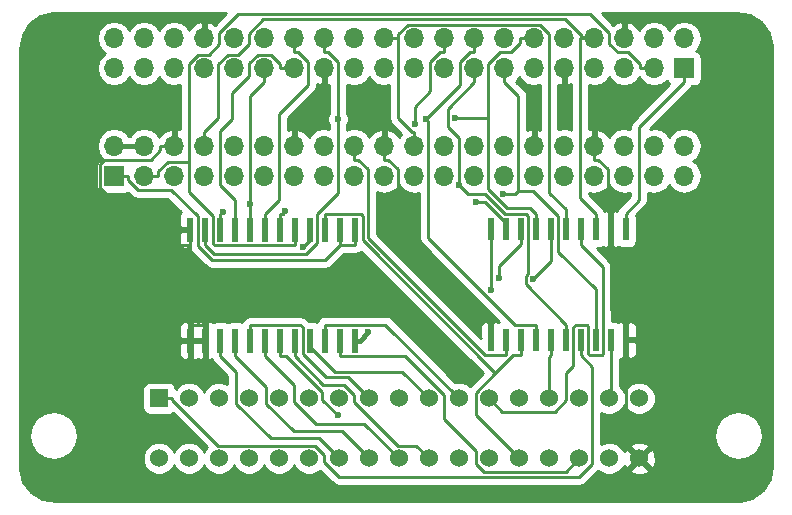
<source format=gbl>
G04 #@! TF.FileFunction,Copper,L2,Bot,Signal*
%FSLAX46Y46*%
G04 Gerber Fmt 4.6, Leading zero omitted, Abs format (unit mm)*
G04 Created by KiCad (PCBNEW 4.0.7) date 06/27/18 04:04:30*
%MOMM*%
%LPD*%
G01*
G04 APERTURE LIST*
%ADD10C,0.100000*%
%ADD11R,1.524000X1.524000*%
%ADD12C,1.524000*%
%ADD13R,1.700000X1.700000*%
%ADD14O,1.700000X1.700000*%
%ADD15R,0.600000X1.950000*%
%ADD16R,0.600000X2.000000*%
%ADD17C,0.600000*%
%ADD18C,0.400000*%
%ADD19C,0.250000*%
%ADD20C,0.254000*%
G04 APERTURE END LIST*
D10*
D11*
X133350000Y-111760000D03*
D12*
X133350000Y-116840000D03*
X135890000Y-111760000D03*
X135890000Y-116840000D03*
X138430000Y-111760000D03*
X138430000Y-116840000D03*
X140970000Y-111760000D03*
X140970000Y-116840000D03*
X143510000Y-111760000D03*
X143510000Y-116840000D03*
X146050000Y-111760000D03*
X146050000Y-116840000D03*
X148590000Y-111760000D03*
X148590000Y-116840000D03*
X151130000Y-111760000D03*
X151130000Y-116840000D03*
X153670000Y-111760000D03*
X153670000Y-116840000D03*
X156210000Y-111760000D03*
X156210000Y-116840000D03*
X158750000Y-111760000D03*
X158750000Y-116840000D03*
X161290000Y-111760000D03*
X161290000Y-116840000D03*
X163830000Y-111760000D03*
X163830000Y-116840000D03*
X166370000Y-111760000D03*
X166370000Y-116840000D03*
X168910000Y-111760000D03*
X168910000Y-116840000D03*
X171450000Y-111760000D03*
X171450000Y-116840000D03*
X173990000Y-111760000D03*
X173990000Y-116840000D03*
D13*
X177800000Y-83820000D03*
D14*
X177800000Y-81280000D03*
X175260000Y-83820000D03*
X175260000Y-81280000D03*
X172720000Y-83820000D03*
X172720000Y-81280000D03*
X170180000Y-83820000D03*
X170180000Y-81280000D03*
X167640000Y-83820000D03*
X167640000Y-81280000D03*
X165100000Y-83820000D03*
X165100000Y-81280000D03*
X162560000Y-83820000D03*
X162560000Y-81280000D03*
X160020000Y-83820000D03*
X160020000Y-81280000D03*
X157480000Y-83820000D03*
X157480000Y-81280000D03*
X154940000Y-83820000D03*
X154940000Y-81280000D03*
X152400000Y-83820000D03*
X152400000Y-81280000D03*
X149860000Y-83820000D03*
X149860000Y-81280000D03*
X147320000Y-83820000D03*
X147320000Y-81280000D03*
X144780000Y-83820000D03*
X144780000Y-81280000D03*
X142240000Y-83820000D03*
X142240000Y-81280000D03*
X139700000Y-83820000D03*
X139700000Y-81280000D03*
X137160000Y-83820000D03*
X137160000Y-81280000D03*
X134620000Y-83820000D03*
X134620000Y-81280000D03*
X132080000Y-83820000D03*
X132080000Y-81280000D03*
X129540000Y-83820000D03*
X129540000Y-81280000D03*
D13*
X129540000Y-92913200D03*
D14*
X129540000Y-90373200D03*
X132080000Y-92913200D03*
X132080000Y-90373200D03*
X134620000Y-92913200D03*
X134620000Y-90373200D03*
X137160000Y-92913200D03*
X137160000Y-90373200D03*
X139700000Y-92913200D03*
X139700000Y-90373200D03*
X142240000Y-92913200D03*
X142240000Y-90373200D03*
X144780000Y-92913200D03*
X144780000Y-90373200D03*
X147320000Y-92913200D03*
X147320000Y-90373200D03*
X149860000Y-92913200D03*
X149860000Y-90373200D03*
X152400000Y-92913200D03*
X152400000Y-90373200D03*
X154940000Y-92913200D03*
X154940000Y-90373200D03*
X157480000Y-92913200D03*
X157480000Y-90373200D03*
X160020000Y-92913200D03*
X160020000Y-90373200D03*
X162560000Y-92913200D03*
X162560000Y-90373200D03*
X165100000Y-92913200D03*
X165100000Y-90373200D03*
X167640000Y-92913200D03*
X167640000Y-90373200D03*
X170180000Y-92913200D03*
X170180000Y-90373200D03*
X172720000Y-92913200D03*
X172720000Y-90373200D03*
X175260000Y-92913200D03*
X175260000Y-90373200D03*
X177800000Y-92913200D03*
X177800000Y-90373200D03*
D15*
X172847000Y-106808000D03*
X171577000Y-106808000D03*
X170307000Y-106808000D03*
X169037000Y-106808000D03*
X167767000Y-106808000D03*
X166497000Y-106808000D03*
X165227000Y-106808000D03*
X163957000Y-106808000D03*
X162687000Y-106808000D03*
X161417000Y-106808000D03*
X161417000Y-97408000D03*
X162687000Y-97408000D03*
X163957000Y-97408000D03*
X165227000Y-97408000D03*
X166497000Y-97408000D03*
X167767000Y-97408000D03*
X169037000Y-97408000D03*
X170307000Y-97408000D03*
X171577000Y-97408000D03*
X172847000Y-97408000D03*
D16*
X149936000Y-106859000D03*
X148666000Y-106859000D03*
X147396000Y-106859000D03*
X146126000Y-106859000D03*
X144856000Y-106859000D03*
X143586000Y-106859000D03*
X142316000Y-106859000D03*
X141046000Y-106859000D03*
X139776000Y-106859000D03*
X138506000Y-106859000D03*
X137236000Y-106859000D03*
X135966000Y-106859000D03*
X135966000Y-97459000D03*
X137236000Y-97459000D03*
X138506000Y-97459000D03*
X139776000Y-97459000D03*
X141046000Y-97459000D03*
X142316000Y-97459000D03*
X143586000Y-97459000D03*
X144856000Y-97459000D03*
X146126000Y-97459000D03*
X147396000Y-97459000D03*
X148666000Y-97459000D03*
X149936000Y-97459000D03*
D17*
X151052100Y-106146700D03*
X145541200Y-98924700D03*
X144032500Y-95910600D03*
X162444100Y-94433700D03*
X158417800Y-88022900D03*
X158750000Y-93704400D03*
X155962400Y-88110900D03*
X155013600Y-88549800D03*
X160209700Y-95170600D03*
X148495300Y-88087200D03*
X141046000Y-95284000D03*
X138719800Y-95957600D03*
X162119800Y-101585600D03*
X164997200Y-101658500D03*
X148456600Y-113189300D03*
X161458600Y-102546000D03*
D18*
X129540000Y-90373200D02*
X132080000Y-90373200D01*
X150339800Y-106859000D02*
X151052100Y-106146700D01*
X149936000Y-106859000D02*
X150339800Y-106859000D01*
D19*
X132080000Y-92913200D02*
X133255300Y-92913200D01*
X175260000Y-83820000D02*
X174084700Y-83820000D01*
X133255300Y-92545800D02*
X133255300Y-92913200D01*
X134063200Y-91737900D02*
X133255300Y-92545800D01*
X135837800Y-91737900D02*
X134063200Y-91737900D01*
X135837800Y-83421100D02*
X135837800Y-91737900D01*
X136614300Y-82644600D02*
X135837800Y-83421100D01*
X137545600Y-82644600D02*
X136614300Y-82644600D01*
X138412100Y-81778100D02*
X137545600Y-82644600D01*
X138412100Y-80831300D02*
X138412100Y-81778100D01*
X140058600Y-79184800D02*
X138412100Y-80831300D01*
X169790600Y-79184800D02*
X140058600Y-79184800D01*
X171450000Y-80844200D02*
X169790600Y-79184800D01*
X171450000Y-81711000D02*
X171450000Y-80844200D01*
X172194400Y-82455400D02*
X171450000Y-81711000D01*
X173087400Y-82455400D02*
X172194400Y-82455400D01*
X174084700Y-83452700D02*
X173087400Y-82455400D01*
X174084700Y-83820000D02*
X174084700Y-83452700D01*
X138028400Y-98784300D02*
X144856000Y-98784300D01*
X137873000Y-98628900D02*
X138028400Y-98784300D01*
X137873000Y-96296800D02*
X137873000Y-98628900D01*
X135837800Y-94261600D02*
X137873000Y-96296800D01*
X135837800Y-91737900D02*
X135837800Y-94261600D01*
X144856000Y-97459000D02*
X144856000Y-98784300D01*
X146126000Y-98339900D02*
X145541200Y-98924700D01*
X146126000Y-97459000D02*
X146126000Y-98339900D01*
X147320000Y-83820000D02*
X147320000Y-84995300D01*
X171577000Y-104237700D02*
X171577000Y-97408000D01*
X172847000Y-105507700D02*
X171577000Y-104237700D01*
X172847000Y-115697000D02*
X173990000Y-116840000D01*
X172847000Y-106808000D02*
X172847000Y-115697000D01*
X172847000Y-106808000D02*
X172847000Y-105507700D01*
X144780000Y-87535300D02*
X144780000Y-90373200D01*
X147320000Y-84995300D02*
X144780000Y-87535300D01*
X171355300Y-95886000D02*
X171577000Y-96107700D01*
X171355300Y-92356400D02*
X171355300Y-95886000D01*
X170547400Y-91548500D02*
X171355300Y-92356400D01*
X170180000Y-91548500D02*
X170547400Y-91548500D01*
X170180000Y-90373200D02*
X170180000Y-91548500D01*
X171577000Y-97408000D02*
X171577000Y-96107700D01*
X153575300Y-97666000D02*
X161417000Y-105507700D01*
X153575300Y-92356400D02*
X153575300Y-97666000D01*
X152767400Y-91548500D02*
X153575300Y-92356400D01*
X152400000Y-91548500D02*
X152767400Y-91548500D01*
X152400000Y-90373200D02*
X152400000Y-91548500D01*
X161417000Y-106808000D02*
X161417000Y-105507700D01*
X137236000Y-106859000D02*
X137236000Y-105533700D01*
X135966000Y-106859000D02*
X135966000Y-105533700D01*
X135966000Y-105533700D02*
X137236000Y-105533700D01*
X134620000Y-90373200D02*
X133444700Y-90373200D01*
X135966000Y-97459000D02*
X135966000Y-98784300D01*
X133212600Y-98784300D02*
X135966000Y-98784300D01*
X128364600Y-93936300D02*
X133212600Y-98784300D01*
X128364600Y-91878100D02*
X128364600Y-93936300D01*
X128694200Y-91548500D02*
X128364600Y-91878100D01*
X132636800Y-91548500D02*
X128694200Y-91548500D01*
X133444700Y-90740600D02*
X132636800Y-91548500D01*
X133444700Y-90373200D02*
X133444700Y-90740600D01*
X135966000Y-98784300D02*
X135966000Y-105533700D01*
X143586000Y-97459000D02*
X143586000Y-96133700D01*
X143809400Y-96133700D02*
X144032500Y-95910600D01*
X143586000Y-96133700D02*
X143809400Y-96133700D01*
X169004700Y-94805400D02*
X169004700Y-81280000D01*
X170307000Y-96107700D02*
X169004700Y-94805400D01*
X170307000Y-97408000D02*
X170307000Y-96107700D01*
X170180000Y-81280000D02*
X169151700Y-81280000D01*
X169151700Y-81280000D02*
X169004700Y-81280000D01*
X169151700Y-81093800D02*
X169151700Y-81280000D01*
X167710300Y-79652400D02*
X169151700Y-81093800D01*
X142185000Y-79652400D02*
X167710300Y-79652400D01*
X140961300Y-80876100D02*
X142185000Y-79652400D01*
X140961300Y-81715200D02*
X140961300Y-80876100D01*
X140031900Y-82644600D02*
X140961300Y-81715200D01*
X139174400Y-82644600D02*
X140031900Y-82644600D01*
X138335300Y-83483700D02*
X139174400Y-82644600D01*
X138335300Y-88022600D02*
X138335300Y-83483700D01*
X137160000Y-89197900D02*
X138335300Y-88022600D01*
X137160000Y-90373200D02*
X137160000Y-89197900D01*
X162560000Y-83820000D02*
X162560000Y-84995300D01*
X163754000Y-86189300D02*
X162560000Y-84995300D01*
X163754000Y-94192500D02*
X163754000Y-86189300D01*
X165021300Y-94192500D02*
X163754000Y-94192500D01*
X167141600Y-96312800D02*
X165021300Y-94192500D01*
X167141600Y-99364000D02*
X167141600Y-96312800D01*
X170307000Y-102529400D02*
X167141600Y-99364000D01*
X170307000Y-106808000D02*
X170307000Y-102529400D01*
X163512800Y-94433700D02*
X163754000Y-94192500D01*
X162444100Y-94433700D02*
X163512800Y-94433700D01*
X165100000Y-81280000D02*
X163924700Y-81280000D01*
X165227000Y-97408000D02*
X165227000Y-96107700D01*
X161195400Y-88022900D02*
X158417800Y-88022900D01*
X161195400Y-83483600D02*
X161195400Y-88022900D01*
X162223700Y-82455300D02*
X161195400Y-83483600D01*
X163116800Y-82455300D02*
X162223700Y-82455300D01*
X163924700Y-81647400D02*
X163116800Y-82455300D01*
X163924700Y-81280000D02*
X163924700Y-81647400D01*
X161195400Y-94069500D02*
X161195400Y-88022900D01*
X162783300Y-95657400D02*
X161195400Y-94069500D01*
X164776700Y-95657400D02*
X162783300Y-95657400D01*
X165227000Y-96107700D02*
X164776700Y-95657400D01*
X160020000Y-83820000D02*
X160020000Y-84995300D01*
X167767000Y-106808000D02*
X167767000Y-105507700D01*
X158750000Y-89723900D02*
X158750000Y-93704400D01*
X157791800Y-88765700D02*
X158750000Y-89723900D01*
X157791800Y-87223500D02*
X157791800Y-88765700D01*
X160020000Y-84995300D02*
X157791800Y-87223500D01*
X164371900Y-102112600D02*
X167767000Y-105507700D01*
X164371900Y-101399500D02*
X164371900Y-102112600D01*
X164582400Y-101189000D02*
X164371900Y-101399500D01*
X164582400Y-96298300D02*
X164582400Y-101189000D01*
X164391800Y-96107700D02*
X164582400Y-96298300D01*
X162596700Y-96107700D02*
X164391800Y-96107700D01*
X160908300Y-94419300D02*
X162596700Y-96107700D01*
X159464900Y-94419300D02*
X160908300Y-94419300D01*
X158750000Y-93704400D02*
X159464900Y-94419300D01*
X160020000Y-81280000D02*
X160020000Y-82455300D01*
X159652600Y-82455300D02*
X160020000Y-82455300D01*
X158844700Y-83263200D02*
X159652600Y-82455300D01*
X158844700Y-85228600D02*
X158844700Y-83263200D01*
X155962400Y-88110900D02*
X158844700Y-85228600D01*
X156125400Y-88273900D02*
X155962400Y-88110900D01*
X156125400Y-98175700D02*
X156125400Y-88273900D01*
X163457400Y-105507700D02*
X156125400Y-98175700D01*
X165227000Y-105507700D02*
X163457400Y-105507700D01*
X165227000Y-106808000D02*
X165227000Y-105507700D01*
X157112600Y-82455300D02*
X157480000Y-82455300D01*
X156304700Y-83263200D02*
X157112600Y-82455300D01*
X156304700Y-85772900D02*
X156304700Y-83263200D01*
X155013600Y-87064000D02*
X156304700Y-85772900D01*
X155013600Y-88549800D02*
X155013600Y-87064000D01*
X157480000Y-81280000D02*
X157480000Y-82455300D01*
X150227400Y-91548500D02*
X149860000Y-91548500D01*
X151035300Y-92356400D02*
X150227400Y-91548500D01*
X151035300Y-98177400D02*
X151035300Y-92356400D01*
X160966200Y-108108300D02*
X151035300Y-98177400D01*
X162687000Y-108108300D02*
X160966200Y-108108300D01*
X149860000Y-90373200D02*
X149860000Y-91548500D01*
X162687000Y-106808000D02*
X162687000Y-108108300D01*
X160947200Y-95170600D02*
X160209700Y-95170600D01*
X162687000Y-96910400D02*
X160947200Y-95170600D01*
X162687000Y-97408000D02*
X162687000Y-96910400D01*
X137236000Y-97459000D02*
X137236000Y-98784300D01*
X147320000Y-81280000D02*
X147320000Y-82455300D01*
X148495300Y-94382600D02*
X148495300Y-88087200D01*
X146751400Y-96126500D02*
X148495300Y-94382600D01*
X146751400Y-98599000D02*
X146751400Y-96126500D01*
X145800300Y-99550100D02*
X146751400Y-98599000D01*
X138001800Y-99550100D02*
X145800300Y-99550100D01*
X137236000Y-98784300D02*
X138001800Y-99550100D01*
X147687400Y-82455300D02*
X147320000Y-82455300D01*
X148495300Y-83263200D02*
X147687400Y-82455300D01*
X148495300Y-88087200D02*
X148495300Y-83263200D01*
X143604700Y-83452600D02*
X143604700Y-83820000D01*
X142796800Y-82644700D02*
X143604700Y-83452600D01*
X141722200Y-82644700D02*
X142796800Y-82644700D01*
X140985600Y-83381300D02*
X141722200Y-82644700D01*
X140985600Y-84434600D02*
X140985600Y-83381300D01*
X139531400Y-85888800D02*
X140985600Y-84434600D01*
X139531400Y-88096400D02*
X139531400Y-85888800D01*
X138519900Y-89107900D02*
X139531400Y-88096400D01*
X138519900Y-93716300D02*
X138519900Y-89107900D01*
X139776000Y-94972400D02*
X138519900Y-93716300D01*
X139776000Y-97459000D02*
X139776000Y-94972400D01*
X144780000Y-83820000D02*
X143604700Y-83820000D01*
X145147400Y-82455300D02*
X144780000Y-82455300D01*
X145955300Y-83263200D02*
X145147400Y-82455300D01*
X145955300Y-85240300D02*
X145955300Y-83263200D01*
X143484600Y-87711000D02*
X145955300Y-85240300D01*
X143484600Y-94965100D02*
X143484600Y-87711000D01*
X142316000Y-96133700D02*
X143484600Y-94965100D01*
X142316000Y-97459000D02*
X142316000Y-96133700D01*
X144780000Y-81280000D02*
X144780000Y-82455300D01*
X142240000Y-83820000D02*
X142240000Y-84995300D01*
X141046000Y-97459000D02*
X141046000Y-95284000D01*
X141046000Y-86189300D02*
X142240000Y-84995300D01*
X141046000Y-95284000D02*
X141046000Y-86189300D01*
X138506000Y-97459000D02*
X138506000Y-96133700D01*
X138543700Y-96133700D02*
X138719800Y-95957600D01*
X138506000Y-96133700D02*
X138543700Y-96133700D01*
X163957000Y-97408000D02*
X163957000Y-98708300D01*
X162119800Y-100545500D02*
X163957000Y-98708300D01*
X162119800Y-101585600D02*
X162119800Y-100545500D01*
X166497000Y-100158700D02*
X164997200Y-101658500D01*
X166497000Y-97408000D02*
X166497000Y-100158700D01*
X149355500Y-109985500D02*
X151130000Y-111760000D01*
X147461400Y-109985500D02*
X149355500Y-109985500D01*
X145500600Y-108024700D02*
X147461400Y-109985500D01*
X145500600Y-105724100D02*
X145500600Y-108024700D01*
X145310200Y-105533700D02*
X145500600Y-105724100D01*
X141046000Y-105533700D02*
X145310200Y-105533700D01*
X141046000Y-106859000D02*
X141046000Y-105533700D01*
X143586000Y-106859000D02*
X143586000Y-108184300D01*
X147137400Y-111870100D02*
X148456600Y-113189300D01*
X147137400Y-111205900D02*
X147137400Y-111870100D01*
X144115800Y-108184300D02*
X147137400Y-111205900D01*
X143586000Y-108184300D02*
X144115800Y-108184300D01*
X153944300Y-109494300D02*
X156210000Y-111760000D01*
X148256300Y-109494300D02*
X153944300Y-109494300D01*
X146126000Y-107364000D02*
X148256300Y-109494300D01*
X146126000Y-106859000D02*
X146126000Y-107364000D01*
X147396000Y-106859000D02*
X147396000Y-105533700D01*
X147408300Y-105521400D02*
X147396000Y-105533700D01*
X152511400Y-105521400D02*
X147408300Y-105521400D01*
X158750000Y-111760000D02*
X152511400Y-105521400D01*
X162419600Y-112889600D02*
X161290000Y-111760000D01*
X166826700Y-112889600D02*
X162419600Y-112889600D01*
X167822600Y-111893700D02*
X166826700Y-112889600D01*
X167822600Y-109643000D02*
X167822600Y-111893700D01*
X168411600Y-109054000D02*
X167822600Y-109643000D01*
X168411600Y-105698300D02*
X168411600Y-109054000D01*
X168602300Y-105507600D02*
X168411600Y-105698300D01*
X169551000Y-105507600D02*
X168602300Y-105507600D01*
X169681600Y-105638200D02*
X169551000Y-105507600D01*
X169681600Y-107968100D02*
X169681600Y-105638200D01*
X169821900Y-108108400D02*
X169681600Y-107968100D01*
X170804200Y-108108400D02*
X169821900Y-108108400D01*
X170932400Y-107980200D02*
X170804200Y-108108400D01*
X170932400Y-100634600D02*
X170932400Y-107980200D01*
X169037000Y-98739200D02*
X170932400Y-100634600D01*
X169037000Y-97408000D02*
X169037000Y-98739200D01*
X166370000Y-108235300D02*
X166370000Y-111760000D01*
X166497000Y-108108300D02*
X166370000Y-108235300D01*
X166497000Y-106808000D02*
X166497000Y-108108300D01*
X171577000Y-111633000D02*
X171450000Y-111760000D01*
X171577000Y-106808000D02*
X171577000Y-111633000D01*
X138506000Y-106859000D02*
X138506000Y-108184300D01*
X146865700Y-115115700D02*
X148590000Y-116840000D01*
X142788000Y-115115700D02*
X146865700Y-115115700D01*
X139882700Y-112210400D02*
X142788000Y-115115700D01*
X139882700Y-109561000D02*
X139882700Y-112210400D01*
X138506000Y-108184300D02*
X139882700Y-109561000D01*
X139776000Y-106859000D02*
X139776000Y-108184300D01*
X148812900Y-114522900D02*
X151130000Y-116840000D01*
X144735200Y-114522900D02*
X148812900Y-114522900D01*
X142422700Y-112210400D02*
X144735200Y-114522900D01*
X142422700Y-110831000D02*
X142422700Y-112210400D01*
X139776000Y-108184300D02*
X142422700Y-110831000D01*
X150721300Y-113891300D02*
X153670000Y-116840000D01*
X146623400Y-113891300D02*
X150721300Y-113891300D01*
X144780000Y-112047900D02*
X146623400Y-113891300D01*
X144780000Y-110648300D02*
X144780000Y-112047900D01*
X142316000Y-108184300D02*
X144780000Y-110648300D01*
X142316000Y-106859000D02*
X142316000Y-108184300D01*
X155122600Y-115752600D02*
X156210000Y-116840000D01*
X153557400Y-115752600D02*
X155122600Y-115752600D01*
X149860000Y-112055200D02*
X153557400Y-115752600D01*
X149860000Y-111467900D02*
X149860000Y-112055200D01*
X148973800Y-110581700D02*
X149860000Y-111467900D01*
X147253400Y-110581700D02*
X148973800Y-110581700D01*
X144856000Y-108184300D02*
X147253400Y-110581700D01*
X144856000Y-106859000D02*
X144856000Y-108184300D01*
X163957000Y-106808000D02*
X163957000Y-108108300D01*
X147396000Y-97459000D02*
X147396000Y-96133700D01*
X150440100Y-96133700D02*
X147396000Y-96133700D01*
X150584900Y-96278500D02*
X150440100Y-96133700D01*
X150584900Y-98387900D02*
X150584900Y-96278500D01*
X161818500Y-109621500D02*
X150584900Y-98387900D01*
X163331700Y-108108300D02*
X161818500Y-109621500D01*
X163957000Y-108108300D02*
X163331700Y-108108300D01*
X160181300Y-113191300D02*
X163830000Y-116840000D01*
X160181300Y-111258700D02*
X160181300Y-113191300D01*
X161818500Y-109621500D02*
X160181300Y-111258700D01*
X153575300Y-80912600D02*
X153575300Y-81280000D01*
X154383200Y-80104700D02*
X153575300Y-80912600D01*
X165591800Y-80104700D02*
X154383200Y-80104700D01*
X166370000Y-80882900D02*
X165591800Y-80104700D01*
X166370000Y-94330200D02*
X166370000Y-80882900D01*
X167767000Y-95727200D02*
X166370000Y-94330200D01*
X167767000Y-97408000D02*
X167767000Y-95727200D01*
X152400000Y-81280000D02*
X153575300Y-81280000D01*
X153575300Y-88053600D02*
X153575300Y-81280000D01*
X154719600Y-89197900D02*
X153575300Y-88053600D01*
X154940000Y-89197900D02*
X154719600Y-89197900D01*
X154940000Y-90373200D02*
X154940000Y-89197900D01*
X134437300Y-111895900D02*
X134437300Y-111760000D01*
X138294000Y-115752600D02*
X134437300Y-111895900D01*
X146511400Y-115752600D02*
X138294000Y-115752600D01*
X147320000Y-116561200D02*
X146511400Y-115752600D01*
X147320000Y-117151700D02*
X147320000Y-116561200D01*
X148569000Y-118400700D02*
X147320000Y-117151700D01*
X168930700Y-118400700D02*
X148569000Y-118400700D01*
X169998100Y-117333300D02*
X168930700Y-118400700D01*
X169998100Y-109069400D02*
X169998100Y-117333300D01*
X169037000Y-108108300D02*
X169998100Y-109069400D01*
X169037000Y-106808000D02*
X169037000Y-108108300D01*
X133350000Y-111760000D02*
X134437300Y-111760000D01*
X161458600Y-98749900D02*
X161458600Y-102546000D01*
X161417000Y-98708300D02*
X161458600Y-98749900D01*
X161417000Y-97408000D02*
X161417000Y-98708300D01*
X167799700Y-117950300D02*
X168910000Y-116840000D01*
X160850900Y-117950300D02*
X167799700Y-117950300D01*
X160181500Y-117280900D02*
X160850900Y-117950300D01*
X160181500Y-116203200D02*
X160181500Y-117280900D01*
X157480000Y-113501700D02*
X160181500Y-116203200D01*
X157480000Y-111460000D02*
X157480000Y-113501700D01*
X154204300Y-108184300D02*
X157480000Y-111460000D01*
X148666000Y-108184300D02*
X154204300Y-108184300D01*
X148666000Y-106859000D02*
X148666000Y-108184300D01*
X173990000Y-88805300D02*
X177800000Y-84995300D01*
X173990000Y-94964700D02*
X173990000Y-88805300D01*
X172847000Y-96107700D02*
X173990000Y-94964700D01*
X177800000Y-83820000D02*
X177800000Y-84995300D01*
X172847000Y-97038900D02*
X172847000Y-96107700D01*
X172847000Y-97038900D02*
X172847000Y-97408000D01*
X149936000Y-98784300D02*
X148666000Y-98784300D01*
X149936000Y-97459000D02*
X149936000Y-98784300D01*
X148666000Y-97459000D02*
X148666000Y-98671700D01*
X148666000Y-98671700D02*
X148666000Y-98784300D01*
X130715300Y-93280600D02*
X130715300Y-92913200D01*
X131523200Y-94088500D02*
X130715300Y-93280600D01*
X134370900Y-94088500D02*
X131523200Y-94088500D01*
X136610600Y-96328200D02*
X134370900Y-94088500D01*
X136610600Y-98813700D02*
X136610600Y-96328200D01*
X137816000Y-100019100D02*
X136610600Y-98813700D01*
X147431200Y-100019100D02*
X137816000Y-100019100D01*
X148666000Y-98784300D02*
X147431200Y-100019100D01*
X129540000Y-92913200D02*
X130715300Y-92913200D01*
D20*
G36*
X138048995Y-80119603D02*
X137926924Y-80008355D01*
X137516890Y-79838524D01*
X137287000Y-79959845D01*
X137287000Y-81153000D01*
X137307000Y-81153000D01*
X137307000Y-81407000D01*
X137287000Y-81407000D01*
X137287000Y-81427000D01*
X137033000Y-81427000D01*
X137033000Y-81407000D01*
X137013000Y-81407000D01*
X137013000Y-81153000D01*
X137033000Y-81153000D01*
X137033000Y-79959845D01*
X136803110Y-79838524D01*
X136393076Y-80008355D01*
X135964817Y-80398642D01*
X135897702Y-80541553D01*
X135670054Y-80200853D01*
X135188285Y-79878946D01*
X134620000Y-79765907D01*
X134051715Y-79878946D01*
X133569946Y-80200853D01*
X133350000Y-80530026D01*
X133130054Y-80200853D01*
X132648285Y-79878946D01*
X132080000Y-79765907D01*
X131511715Y-79878946D01*
X131029946Y-80200853D01*
X130810000Y-80530026D01*
X130590054Y-80200853D01*
X130108285Y-79878946D01*
X129540000Y-79765907D01*
X128971715Y-79878946D01*
X128489946Y-80200853D01*
X128168039Y-80682622D01*
X128055000Y-81250907D01*
X128055000Y-81309093D01*
X128168039Y-81877378D01*
X128489946Y-82359147D01*
X128775578Y-82550000D01*
X128489946Y-82740853D01*
X128168039Y-83222622D01*
X128055000Y-83790907D01*
X128055000Y-83849093D01*
X128168039Y-84417378D01*
X128489946Y-84899147D01*
X128971715Y-85221054D01*
X129540000Y-85334093D01*
X130108285Y-85221054D01*
X130590054Y-84899147D01*
X130810000Y-84569974D01*
X131029946Y-84899147D01*
X131511715Y-85221054D01*
X132080000Y-85334093D01*
X132648285Y-85221054D01*
X133130054Y-84899147D01*
X133350000Y-84569974D01*
X133569946Y-84899147D01*
X134051715Y-85221054D01*
X134620000Y-85334093D01*
X135077800Y-85243031D01*
X135077800Y-88973520D01*
X134976890Y-88931724D01*
X134747000Y-89053045D01*
X134747000Y-90246200D01*
X134767000Y-90246200D01*
X134767000Y-90500200D01*
X134747000Y-90500200D01*
X134747000Y-90520200D01*
X134493000Y-90520200D01*
X134493000Y-90500200D01*
X134473000Y-90500200D01*
X134473000Y-90246200D01*
X134493000Y-90246200D01*
X134493000Y-89053045D01*
X134263110Y-88931724D01*
X133853076Y-89101555D01*
X133424817Y-89491842D01*
X133357702Y-89634753D01*
X133130054Y-89294053D01*
X132648285Y-88972146D01*
X132080000Y-88859107D01*
X131511715Y-88972146D01*
X131029946Y-89294053D01*
X130866813Y-89538200D01*
X130753187Y-89538200D01*
X130590054Y-89294053D01*
X130108285Y-88972146D01*
X129540000Y-88859107D01*
X128971715Y-88972146D01*
X128489946Y-89294053D01*
X128168039Y-89775822D01*
X128055000Y-90344107D01*
X128055000Y-90402293D01*
X128168039Y-90970578D01*
X128489946Y-91452347D01*
X128491179Y-91453171D01*
X128454683Y-91460038D01*
X128238559Y-91599110D01*
X128093569Y-91811310D01*
X128042560Y-92063200D01*
X128042560Y-93763200D01*
X128086838Y-93998517D01*
X128225910Y-94214641D01*
X128438110Y-94359631D01*
X128690000Y-94410640D01*
X130390000Y-94410640D01*
X130625317Y-94366362D01*
X130686737Y-94326839D01*
X130985799Y-94625901D01*
X131232361Y-94790648D01*
X131523200Y-94848500D01*
X134056098Y-94848500D01*
X135217286Y-96009688D01*
X135127673Y-96099302D01*
X135031000Y-96332691D01*
X135031000Y-97173250D01*
X135189750Y-97332000D01*
X135839000Y-97332000D01*
X135839000Y-97312000D01*
X135850600Y-97312000D01*
X135850600Y-97606000D01*
X135839000Y-97606000D01*
X135839000Y-97586000D01*
X135189750Y-97586000D01*
X135031000Y-97744750D01*
X135031000Y-98585309D01*
X135127673Y-98818698D01*
X135306301Y-98997327D01*
X135539690Y-99094000D01*
X135680250Y-99094000D01*
X135838998Y-98935252D01*
X135838998Y-99094000D01*
X135906356Y-99094000D01*
X135908452Y-99104539D01*
X136073199Y-99351101D01*
X137278599Y-100556501D01*
X137525161Y-100721248D01*
X137816000Y-100779100D01*
X147431200Y-100779100D01*
X147722039Y-100721248D01*
X147968601Y-100556501D01*
X148980802Y-99544300D01*
X149936000Y-99544300D01*
X150226839Y-99486448D01*
X150455716Y-99333518D01*
X160743698Y-109621500D01*
X159665491Y-110699707D01*
X159542370Y-110576371D01*
X159029100Y-110363243D01*
X158473339Y-110362758D01*
X158440945Y-110376143D01*
X153048801Y-104983999D01*
X152802239Y-104819252D01*
X152511400Y-104761400D01*
X147408300Y-104761400D01*
X147117461Y-104819252D01*
X146870899Y-104983999D01*
X146858599Y-104996299D01*
X146693852Y-105242861D01*
X146688491Y-105269812D01*
X146677890Y-105262569D01*
X146426000Y-105211560D01*
X146054613Y-105211560D01*
X146038001Y-105186699D01*
X145847601Y-104996299D01*
X145601039Y-104831552D01*
X145310200Y-104773700D01*
X141046000Y-104773700D01*
X140755161Y-104831552D01*
X140508599Y-104996299D01*
X140343852Y-105242861D01*
X140338491Y-105269812D01*
X140327890Y-105262569D01*
X140076000Y-105211560D01*
X139476000Y-105211560D01*
X139240683Y-105255838D01*
X139141472Y-105319678D01*
X139057890Y-105262569D01*
X138806000Y-105211560D01*
X138206000Y-105211560D01*
X137970683Y-105255838D01*
X137880020Y-105314178D01*
X137662310Y-105224000D01*
X137521750Y-105224000D01*
X137363000Y-105382750D01*
X137363000Y-106732000D01*
X137383000Y-106732000D01*
X137383000Y-106986000D01*
X137363000Y-106986000D01*
X137363000Y-108335250D01*
X137521750Y-108494000D01*
X137662310Y-108494000D01*
X137796544Y-108438398D01*
X137803852Y-108475139D01*
X137968599Y-108721701D01*
X139122700Y-109875802D01*
X139122700Y-110534984D01*
X138709100Y-110363243D01*
X138153339Y-110362758D01*
X137639697Y-110574990D01*
X137246371Y-110967630D01*
X137160051Y-111175512D01*
X137075010Y-110969697D01*
X136682370Y-110576371D01*
X136169100Y-110363243D01*
X135613339Y-110362758D01*
X135099697Y-110574990D01*
X134746237Y-110927833D01*
X134715162Y-110762683D01*
X134576090Y-110546559D01*
X134363890Y-110401569D01*
X134112000Y-110350560D01*
X132588000Y-110350560D01*
X132352683Y-110394838D01*
X132136559Y-110533910D01*
X131991569Y-110746110D01*
X131940560Y-110998000D01*
X131940560Y-112522000D01*
X131984838Y-112757317D01*
X132123910Y-112973441D01*
X132336110Y-113118431D01*
X132588000Y-113169440D01*
X134112000Y-113169440D01*
X134347317Y-113125162D01*
X134496052Y-113029454D01*
X137380416Y-115913818D01*
X137246371Y-116047630D01*
X137160051Y-116255512D01*
X137075010Y-116049697D01*
X136682370Y-115656371D01*
X136169100Y-115443243D01*
X135613339Y-115442758D01*
X135099697Y-115654990D01*
X134706371Y-116047630D01*
X134620051Y-116255512D01*
X134535010Y-116049697D01*
X134142370Y-115656371D01*
X133629100Y-115443243D01*
X133073339Y-115442758D01*
X132559697Y-115654990D01*
X132166371Y-116047630D01*
X131953243Y-116560900D01*
X131952758Y-117116661D01*
X132164990Y-117630303D01*
X132557630Y-118023629D01*
X133070900Y-118236757D01*
X133626661Y-118237242D01*
X134140303Y-118025010D01*
X134533629Y-117632370D01*
X134619949Y-117424488D01*
X134704990Y-117630303D01*
X135097630Y-118023629D01*
X135610900Y-118236757D01*
X136166661Y-118237242D01*
X136680303Y-118025010D01*
X137073629Y-117632370D01*
X137159949Y-117424488D01*
X137244990Y-117630303D01*
X137637630Y-118023629D01*
X138150900Y-118236757D01*
X138706661Y-118237242D01*
X139220303Y-118025010D01*
X139613629Y-117632370D01*
X139699949Y-117424488D01*
X139784990Y-117630303D01*
X140177630Y-118023629D01*
X140690900Y-118236757D01*
X141246661Y-118237242D01*
X141760303Y-118025010D01*
X142153629Y-117632370D01*
X142239949Y-117424488D01*
X142324990Y-117630303D01*
X142717630Y-118023629D01*
X143230900Y-118236757D01*
X143786661Y-118237242D01*
X144300303Y-118025010D01*
X144693629Y-117632370D01*
X144779949Y-117424488D01*
X144864990Y-117630303D01*
X145257630Y-118023629D01*
X145770900Y-118236757D01*
X146326661Y-118237242D01*
X146840303Y-118025010D01*
X146979527Y-117886029D01*
X148031599Y-118938101D01*
X148278161Y-119102848D01*
X148569000Y-119160700D01*
X168930700Y-119160700D01*
X169221539Y-119102848D01*
X169468101Y-118938101D01*
X170520222Y-117885980D01*
X170657630Y-118023629D01*
X171170900Y-118236757D01*
X171726661Y-118237242D01*
X172240303Y-118025010D01*
X172445457Y-117820213D01*
X173189392Y-117820213D01*
X173258857Y-118062397D01*
X173782302Y-118249144D01*
X174337368Y-118221362D01*
X174721143Y-118062397D01*
X174790608Y-117820213D01*
X173990000Y-117019605D01*
X173189392Y-117820213D01*
X172445457Y-117820213D01*
X172633629Y-117632370D01*
X172713395Y-117440273D01*
X172767603Y-117571143D01*
X173009787Y-117640608D01*
X173810395Y-116840000D01*
X174169605Y-116840000D01*
X174970213Y-117640608D01*
X175212397Y-117571143D01*
X175399144Y-117047698D01*
X175371362Y-116492632D01*
X175212397Y-116108857D01*
X174970213Y-116039392D01*
X174169605Y-116840000D01*
X173810395Y-116840000D01*
X173009787Y-116039392D01*
X172767603Y-116108857D01*
X172717491Y-116249318D01*
X172635010Y-116049697D01*
X172445432Y-115859787D01*
X173189392Y-115859787D01*
X173990000Y-116660395D01*
X174790608Y-115859787D01*
X174721143Y-115617603D01*
X174197698Y-115430856D01*
X173642632Y-115458638D01*
X173258857Y-115617603D01*
X173189392Y-115859787D01*
X172445432Y-115859787D01*
X172242370Y-115656371D01*
X171729100Y-115443243D01*
X171173339Y-115442758D01*
X170758100Y-115614331D01*
X170758100Y-114909600D01*
X180301528Y-114909600D01*
X180461067Y-115711655D01*
X180915395Y-116391605D01*
X181595345Y-116845933D01*
X182397400Y-117005472D01*
X183199455Y-116845933D01*
X183879405Y-116391605D01*
X184333733Y-115711655D01*
X184493272Y-114909600D01*
X184333733Y-114107545D01*
X183879405Y-113427595D01*
X183199455Y-112973267D01*
X182397400Y-112813728D01*
X181595345Y-112973267D01*
X180915395Y-113427595D01*
X180461067Y-114107545D01*
X180301528Y-114909600D01*
X170758100Y-114909600D01*
X170758100Y-112985348D01*
X171170900Y-113156757D01*
X171726661Y-113157242D01*
X172240303Y-112945010D01*
X172633629Y-112552370D01*
X172719949Y-112344488D01*
X172804990Y-112550303D01*
X173197630Y-112943629D01*
X173710900Y-113156757D01*
X174266661Y-113157242D01*
X174780303Y-112945010D01*
X175173629Y-112552370D01*
X175386757Y-112039100D01*
X175387242Y-111483339D01*
X175175010Y-110969697D01*
X174782370Y-110576371D01*
X174269100Y-110363243D01*
X173713339Y-110362758D01*
X173199697Y-110574990D01*
X172806371Y-110967630D01*
X172720051Y-111175512D01*
X172635010Y-110969697D01*
X172337000Y-110671166D01*
X172337000Y-108383334D01*
X172420690Y-108418000D01*
X172561250Y-108418000D01*
X172720000Y-108259250D01*
X172720000Y-106935000D01*
X172974000Y-106935000D01*
X172974000Y-108259250D01*
X173132750Y-108418000D01*
X173273310Y-108418000D01*
X173506699Y-108321327D01*
X173685327Y-108142698D01*
X173782000Y-107909309D01*
X173782000Y-107093750D01*
X173623250Y-106935000D01*
X172974000Y-106935000D01*
X172720000Y-106935000D01*
X172700000Y-106935000D01*
X172700000Y-106681000D01*
X172720000Y-106681000D01*
X172720000Y-105356750D01*
X172974000Y-105356750D01*
X172974000Y-106681000D01*
X173623250Y-106681000D01*
X173782000Y-106522250D01*
X173782000Y-105706691D01*
X173685327Y-105473302D01*
X173506699Y-105294673D01*
X173273310Y-105198000D01*
X173132750Y-105198000D01*
X172974000Y-105356750D01*
X172720000Y-105356750D01*
X172561250Y-105198000D01*
X172420690Y-105198000D01*
X172203878Y-105287806D01*
X172128890Y-105236569D01*
X171877000Y-105185560D01*
X171692400Y-105185560D01*
X171692400Y-100634600D01*
X171634548Y-100343761D01*
X171634548Y-100343760D01*
X171469801Y-100097199D01*
X170403042Y-99030440D01*
X170607000Y-99030440D01*
X170842317Y-98986162D01*
X170932980Y-98927822D01*
X171150690Y-99018000D01*
X171291250Y-99018000D01*
X171450000Y-98859250D01*
X171450000Y-97535000D01*
X171430000Y-97535000D01*
X171430000Y-97281000D01*
X171450000Y-97281000D01*
X171450000Y-95956750D01*
X171291250Y-95798000D01*
X171150690Y-95798000D01*
X171016456Y-95853601D01*
X171009148Y-95816860D01*
X170844401Y-95570299D01*
X169764700Y-94490598D01*
X169764700Y-94344685D01*
X170180000Y-94427293D01*
X170748285Y-94314254D01*
X171230054Y-93992347D01*
X171450000Y-93663174D01*
X171669946Y-93992347D01*
X172151715Y-94314254D01*
X172720000Y-94427293D01*
X173230000Y-94325848D01*
X173230000Y-94649898D01*
X172309599Y-95570299D01*
X172144852Y-95816861D01*
X172137544Y-95853602D01*
X172003310Y-95798000D01*
X171862750Y-95798000D01*
X171704000Y-95956750D01*
X171704000Y-97281000D01*
X171724000Y-97281000D01*
X171724000Y-97535000D01*
X171704000Y-97535000D01*
X171704000Y-98859250D01*
X171862750Y-99018000D01*
X172003310Y-99018000D01*
X172220122Y-98928194D01*
X172295110Y-98979431D01*
X172547000Y-99030440D01*
X173147000Y-99030440D01*
X173382317Y-98986162D01*
X173598441Y-98847090D01*
X173743431Y-98634890D01*
X173794440Y-98383000D01*
X173794440Y-96433000D01*
X173763094Y-96266408D01*
X174527401Y-95502101D01*
X174692148Y-95255539D01*
X174750000Y-94964700D01*
X174750000Y-94325848D01*
X175260000Y-94427293D01*
X175828285Y-94314254D01*
X176310054Y-93992347D01*
X176530000Y-93663174D01*
X176749946Y-93992347D01*
X177231715Y-94314254D01*
X177800000Y-94427293D01*
X178368285Y-94314254D01*
X178850054Y-93992347D01*
X179171961Y-93510578D01*
X179285000Y-92942293D01*
X179285000Y-92884107D01*
X179171961Y-92315822D01*
X178850054Y-91834053D01*
X178564422Y-91643200D01*
X178850054Y-91452347D01*
X179171961Y-90970578D01*
X179285000Y-90402293D01*
X179285000Y-90344107D01*
X179171961Y-89775822D01*
X178850054Y-89294053D01*
X178368285Y-88972146D01*
X177800000Y-88859107D01*
X177231715Y-88972146D01*
X176749946Y-89294053D01*
X176530000Y-89623226D01*
X176310054Y-89294053D01*
X175828285Y-88972146D01*
X175260000Y-88859107D01*
X174949166Y-88920936D01*
X178337401Y-85532701D01*
X178481233Y-85317440D01*
X178650000Y-85317440D01*
X178885317Y-85273162D01*
X179101441Y-85134090D01*
X179246431Y-84921890D01*
X179297440Y-84670000D01*
X179297440Y-82970000D01*
X179253162Y-82734683D01*
X179114090Y-82518559D01*
X178901890Y-82373569D01*
X178845546Y-82362159D01*
X178850054Y-82359147D01*
X179171961Y-81877378D01*
X179285000Y-81309093D01*
X179285000Y-81250907D01*
X179171961Y-80682622D01*
X178850054Y-80200853D01*
X178368285Y-79878946D01*
X177800000Y-79765907D01*
X177231715Y-79878946D01*
X176749946Y-80200853D01*
X176530000Y-80530026D01*
X176310054Y-80200853D01*
X175828285Y-79878946D01*
X175260000Y-79765907D01*
X174691715Y-79878946D01*
X174209946Y-80200853D01*
X173982298Y-80541553D01*
X173915183Y-80398642D01*
X173486924Y-80008355D01*
X173076890Y-79838524D01*
X172847000Y-79959845D01*
X172847000Y-81153000D01*
X172867000Y-81153000D01*
X172867000Y-81407000D01*
X172847000Y-81407000D01*
X172847000Y-81427000D01*
X172593000Y-81427000D01*
X172593000Y-81407000D01*
X172573000Y-81407000D01*
X172573000Y-81153000D01*
X172593000Y-81153000D01*
X172593000Y-79959845D01*
X172363110Y-79838524D01*
X171953076Y-80008355D01*
X171814890Y-80134288D01*
X170825802Y-79145200D01*
X182225993Y-79145200D01*
X183395835Y-79334616D01*
X184332571Y-79913093D01*
X184978153Y-80808124D01*
X185241252Y-81886782D01*
X185241252Y-117463290D01*
X185054726Y-118615283D01*
X184476247Y-119552020D01*
X183581218Y-120197601D01*
X182492147Y-120463240D01*
X124616559Y-120463240D01*
X123446717Y-120273824D01*
X122509980Y-119695345D01*
X121864399Y-118800316D01*
X121601300Y-117721658D01*
X121601300Y-114909600D01*
X122311756Y-114909600D01*
X122471295Y-115711655D01*
X122925623Y-116391605D01*
X123605573Y-116845933D01*
X124407628Y-117005472D01*
X125209683Y-116845933D01*
X125889633Y-116391605D01*
X126343961Y-115711655D01*
X126503500Y-114909600D01*
X126343961Y-114107545D01*
X125889633Y-113427595D01*
X125209683Y-112973267D01*
X124407628Y-112813728D01*
X123605573Y-112973267D01*
X122925623Y-113427595D01*
X122471295Y-114107545D01*
X122311756Y-114909600D01*
X121601300Y-114909600D01*
X121601300Y-107144750D01*
X135031000Y-107144750D01*
X135031000Y-107985309D01*
X135127673Y-108218698D01*
X135306301Y-108397327D01*
X135539690Y-108494000D01*
X135680250Y-108494000D01*
X135839000Y-108335250D01*
X135839000Y-106986000D01*
X136093000Y-106986000D01*
X136093000Y-108335250D01*
X136251750Y-108494000D01*
X136392310Y-108494000D01*
X136601000Y-108407558D01*
X136809690Y-108494000D01*
X136950250Y-108494000D01*
X137109000Y-108335250D01*
X137109000Y-106986000D01*
X136093000Y-106986000D01*
X135839000Y-106986000D01*
X135189750Y-106986000D01*
X135031000Y-107144750D01*
X121601300Y-107144750D01*
X121601300Y-105732691D01*
X135031000Y-105732691D01*
X135031000Y-106573250D01*
X135189750Y-106732000D01*
X135839000Y-106732000D01*
X135839000Y-105382750D01*
X136093000Y-105382750D01*
X136093000Y-106732000D01*
X137109000Y-106732000D01*
X137109000Y-105382750D01*
X136950250Y-105224000D01*
X136809690Y-105224000D01*
X136601000Y-105310442D01*
X136392310Y-105224000D01*
X136251750Y-105224000D01*
X136093000Y-105382750D01*
X135839000Y-105382750D01*
X135680250Y-105224000D01*
X135539690Y-105224000D01*
X135306301Y-105320673D01*
X135127673Y-105499302D01*
X135031000Y-105732691D01*
X121601300Y-105732691D01*
X121601300Y-82155876D01*
X121789974Y-80990617D01*
X122368451Y-80053881D01*
X123263482Y-79408299D01*
X124342140Y-79145200D01*
X139023398Y-79145200D01*
X138048995Y-80119603D01*
X138048995Y-80119603D01*
G37*
X138048995Y-80119603D02*
X137926924Y-80008355D01*
X137516890Y-79838524D01*
X137287000Y-79959845D01*
X137287000Y-81153000D01*
X137307000Y-81153000D01*
X137307000Y-81407000D01*
X137287000Y-81407000D01*
X137287000Y-81427000D01*
X137033000Y-81427000D01*
X137033000Y-81407000D01*
X137013000Y-81407000D01*
X137013000Y-81153000D01*
X137033000Y-81153000D01*
X137033000Y-79959845D01*
X136803110Y-79838524D01*
X136393076Y-80008355D01*
X135964817Y-80398642D01*
X135897702Y-80541553D01*
X135670054Y-80200853D01*
X135188285Y-79878946D01*
X134620000Y-79765907D01*
X134051715Y-79878946D01*
X133569946Y-80200853D01*
X133350000Y-80530026D01*
X133130054Y-80200853D01*
X132648285Y-79878946D01*
X132080000Y-79765907D01*
X131511715Y-79878946D01*
X131029946Y-80200853D01*
X130810000Y-80530026D01*
X130590054Y-80200853D01*
X130108285Y-79878946D01*
X129540000Y-79765907D01*
X128971715Y-79878946D01*
X128489946Y-80200853D01*
X128168039Y-80682622D01*
X128055000Y-81250907D01*
X128055000Y-81309093D01*
X128168039Y-81877378D01*
X128489946Y-82359147D01*
X128775578Y-82550000D01*
X128489946Y-82740853D01*
X128168039Y-83222622D01*
X128055000Y-83790907D01*
X128055000Y-83849093D01*
X128168039Y-84417378D01*
X128489946Y-84899147D01*
X128971715Y-85221054D01*
X129540000Y-85334093D01*
X130108285Y-85221054D01*
X130590054Y-84899147D01*
X130810000Y-84569974D01*
X131029946Y-84899147D01*
X131511715Y-85221054D01*
X132080000Y-85334093D01*
X132648285Y-85221054D01*
X133130054Y-84899147D01*
X133350000Y-84569974D01*
X133569946Y-84899147D01*
X134051715Y-85221054D01*
X134620000Y-85334093D01*
X135077800Y-85243031D01*
X135077800Y-88973520D01*
X134976890Y-88931724D01*
X134747000Y-89053045D01*
X134747000Y-90246200D01*
X134767000Y-90246200D01*
X134767000Y-90500200D01*
X134747000Y-90500200D01*
X134747000Y-90520200D01*
X134493000Y-90520200D01*
X134493000Y-90500200D01*
X134473000Y-90500200D01*
X134473000Y-90246200D01*
X134493000Y-90246200D01*
X134493000Y-89053045D01*
X134263110Y-88931724D01*
X133853076Y-89101555D01*
X133424817Y-89491842D01*
X133357702Y-89634753D01*
X133130054Y-89294053D01*
X132648285Y-88972146D01*
X132080000Y-88859107D01*
X131511715Y-88972146D01*
X131029946Y-89294053D01*
X130866813Y-89538200D01*
X130753187Y-89538200D01*
X130590054Y-89294053D01*
X130108285Y-88972146D01*
X129540000Y-88859107D01*
X128971715Y-88972146D01*
X128489946Y-89294053D01*
X128168039Y-89775822D01*
X128055000Y-90344107D01*
X128055000Y-90402293D01*
X128168039Y-90970578D01*
X128489946Y-91452347D01*
X128491179Y-91453171D01*
X128454683Y-91460038D01*
X128238559Y-91599110D01*
X128093569Y-91811310D01*
X128042560Y-92063200D01*
X128042560Y-93763200D01*
X128086838Y-93998517D01*
X128225910Y-94214641D01*
X128438110Y-94359631D01*
X128690000Y-94410640D01*
X130390000Y-94410640D01*
X130625317Y-94366362D01*
X130686737Y-94326839D01*
X130985799Y-94625901D01*
X131232361Y-94790648D01*
X131523200Y-94848500D01*
X134056098Y-94848500D01*
X135217286Y-96009688D01*
X135127673Y-96099302D01*
X135031000Y-96332691D01*
X135031000Y-97173250D01*
X135189750Y-97332000D01*
X135839000Y-97332000D01*
X135839000Y-97312000D01*
X135850600Y-97312000D01*
X135850600Y-97606000D01*
X135839000Y-97606000D01*
X135839000Y-97586000D01*
X135189750Y-97586000D01*
X135031000Y-97744750D01*
X135031000Y-98585309D01*
X135127673Y-98818698D01*
X135306301Y-98997327D01*
X135539690Y-99094000D01*
X135680250Y-99094000D01*
X135838998Y-98935252D01*
X135838998Y-99094000D01*
X135906356Y-99094000D01*
X135908452Y-99104539D01*
X136073199Y-99351101D01*
X137278599Y-100556501D01*
X137525161Y-100721248D01*
X137816000Y-100779100D01*
X147431200Y-100779100D01*
X147722039Y-100721248D01*
X147968601Y-100556501D01*
X148980802Y-99544300D01*
X149936000Y-99544300D01*
X150226839Y-99486448D01*
X150455716Y-99333518D01*
X160743698Y-109621500D01*
X159665491Y-110699707D01*
X159542370Y-110576371D01*
X159029100Y-110363243D01*
X158473339Y-110362758D01*
X158440945Y-110376143D01*
X153048801Y-104983999D01*
X152802239Y-104819252D01*
X152511400Y-104761400D01*
X147408300Y-104761400D01*
X147117461Y-104819252D01*
X146870899Y-104983999D01*
X146858599Y-104996299D01*
X146693852Y-105242861D01*
X146688491Y-105269812D01*
X146677890Y-105262569D01*
X146426000Y-105211560D01*
X146054613Y-105211560D01*
X146038001Y-105186699D01*
X145847601Y-104996299D01*
X145601039Y-104831552D01*
X145310200Y-104773700D01*
X141046000Y-104773700D01*
X140755161Y-104831552D01*
X140508599Y-104996299D01*
X140343852Y-105242861D01*
X140338491Y-105269812D01*
X140327890Y-105262569D01*
X140076000Y-105211560D01*
X139476000Y-105211560D01*
X139240683Y-105255838D01*
X139141472Y-105319678D01*
X139057890Y-105262569D01*
X138806000Y-105211560D01*
X138206000Y-105211560D01*
X137970683Y-105255838D01*
X137880020Y-105314178D01*
X137662310Y-105224000D01*
X137521750Y-105224000D01*
X137363000Y-105382750D01*
X137363000Y-106732000D01*
X137383000Y-106732000D01*
X137383000Y-106986000D01*
X137363000Y-106986000D01*
X137363000Y-108335250D01*
X137521750Y-108494000D01*
X137662310Y-108494000D01*
X137796544Y-108438398D01*
X137803852Y-108475139D01*
X137968599Y-108721701D01*
X139122700Y-109875802D01*
X139122700Y-110534984D01*
X138709100Y-110363243D01*
X138153339Y-110362758D01*
X137639697Y-110574990D01*
X137246371Y-110967630D01*
X137160051Y-111175512D01*
X137075010Y-110969697D01*
X136682370Y-110576371D01*
X136169100Y-110363243D01*
X135613339Y-110362758D01*
X135099697Y-110574990D01*
X134746237Y-110927833D01*
X134715162Y-110762683D01*
X134576090Y-110546559D01*
X134363890Y-110401569D01*
X134112000Y-110350560D01*
X132588000Y-110350560D01*
X132352683Y-110394838D01*
X132136559Y-110533910D01*
X131991569Y-110746110D01*
X131940560Y-110998000D01*
X131940560Y-112522000D01*
X131984838Y-112757317D01*
X132123910Y-112973441D01*
X132336110Y-113118431D01*
X132588000Y-113169440D01*
X134112000Y-113169440D01*
X134347317Y-113125162D01*
X134496052Y-113029454D01*
X137380416Y-115913818D01*
X137246371Y-116047630D01*
X137160051Y-116255512D01*
X137075010Y-116049697D01*
X136682370Y-115656371D01*
X136169100Y-115443243D01*
X135613339Y-115442758D01*
X135099697Y-115654990D01*
X134706371Y-116047630D01*
X134620051Y-116255512D01*
X134535010Y-116049697D01*
X134142370Y-115656371D01*
X133629100Y-115443243D01*
X133073339Y-115442758D01*
X132559697Y-115654990D01*
X132166371Y-116047630D01*
X131953243Y-116560900D01*
X131952758Y-117116661D01*
X132164990Y-117630303D01*
X132557630Y-118023629D01*
X133070900Y-118236757D01*
X133626661Y-118237242D01*
X134140303Y-118025010D01*
X134533629Y-117632370D01*
X134619949Y-117424488D01*
X134704990Y-117630303D01*
X135097630Y-118023629D01*
X135610900Y-118236757D01*
X136166661Y-118237242D01*
X136680303Y-118025010D01*
X137073629Y-117632370D01*
X137159949Y-117424488D01*
X137244990Y-117630303D01*
X137637630Y-118023629D01*
X138150900Y-118236757D01*
X138706661Y-118237242D01*
X139220303Y-118025010D01*
X139613629Y-117632370D01*
X139699949Y-117424488D01*
X139784990Y-117630303D01*
X140177630Y-118023629D01*
X140690900Y-118236757D01*
X141246661Y-118237242D01*
X141760303Y-118025010D01*
X142153629Y-117632370D01*
X142239949Y-117424488D01*
X142324990Y-117630303D01*
X142717630Y-118023629D01*
X143230900Y-118236757D01*
X143786661Y-118237242D01*
X144300303Y-118025010D01*
X144693629Y-117632370D01*
X144779949Y-117424488D01*
X144864990Y-117630303D01*
X145257630Y-118023629D01*
X145770900Y-118236757D01*
X146326661Y-118237242D01*
X146840303Y-118025010D01*
X146979527Y-117886029D01*
X148031599Y-118938101D01*
X148278161Y-119102848D01*
X148569000Y-119160700D01*
X168930700Y-119160700D01*
X169221539Y-119102848D01*
X169468101Y-118938101D01*
X170520222Y-117885980D01*
X170657630Y-118023629D01*
X171170900Y-118236757D01*
X171726661Y-118237242D01*
X172240303Y-118025010D01*
X172445457Y-117820213D01*
X173189392Y-117820213D01*
X173258857Y-118062397D01*
X173782302Y-118249144D01*
X174337368Y-118221362D01*
X174721143Y-118062397D01*
X174790608Y-117820213D01*
X173990000Y-117019605D01*
X173189392Y-117820213D01*
X172445457Y-117820213D01*
X172633629Y-117632370D01*
X172713395Y-117440273D01*
X172767603Y-117571143D01*
X173009787Y-117640608D01*
X173810395Y-116840000D01*
X174169605Y-116840000D01*
X174970213Y-117640608D01*
X175212397Y-117571143D01*
X175399144Y-117047698D01*
X175371362Y-116492632D01*
X175212397Y-116108857D01*
X174970213Y-116039392D01*
X174169605Y-116840000D01*
X173810395Y-116840000D01*
X173009787Y-116039392D01*
X172767603Y-116108857D01*
X172717491Y-116249318D01*
X172635010Y-116049697D01*
X172445432Y-115859787D01*
X173189392Y-115859787D01*
X173990000Y-116660395D01*
X174790608Y-115859787D01*
X174721143Y-115617603D01*
X174197698Y-115430856D01*
X173642632Y-115458638D01*
X173258857Y-115617603D01*
X173189392Y-115859787D01*
X172445432Y-115859787D01*
X172242370Y-115656371D01*
X171729100Y-115443243D01*
X171173339Y-115442758D01*
X170758100Y-115614331D01*
X170758100Y-114909600D01*
X180301528Y-114909600D01*
X180461067Y-115711655D01*
X180915395Y-116391605D01*
X181595345Y-116845933D01*
X182397400Y-117005472D01*
X183199455Y-116845933D01*
X183879405Y-116391605D01*
X184333733Y-115711655D01*
X184493272Y-114909600D01*
X184333733Y-114107545D01*
X183879405Y-113427595D01*
X183199455Y-112973267D01*
X182397400Y-112813728D01*
X181595345Y-112973267D01*
X180915395Y-113427595D01*
X180461067Y-114107545D01*
X180301528Y-114909600D01*
X170758100Y-114909600D01*
X170758100Y-112985348D01*
X171170900Y-113156757D01*
X171726661Y-113157242D01*
X172240303Y-112945010D01*
X172633629Y-112552370D01*
X172719949Y-112344488D01*
X172804990Y-112550303D01*
X173197630Y-112943629D01*
X173710900Y-113156757D01*
X174266661Y-113157242D01*
X174780303Y-112945010D01*
X175173629Y-112552370D01*
X175386757Y-112039100D01*
X175387242Y-111483339D01*
X175175010Y-110969697D01*
X174782370Y-110576371D01*
X174269100Y-110363243D01*
X173713339Y-110362758D01*
X173199697Y-110574990D01*
X172806371Y-110967630D01*
X172720051Y-111175512D01*
X172635010Y-110969697D01*
X172337000Y-110671166D01*
X172337000Y-108383334D01*
X172420690Y-108418000D01*
X172561250Y-108418000D01*
X172720000Y-108259250D01*
X172720000Y-106935000D01*
X172974000Y-106935000D01*
X172974000Y-108259250D01*
X173132750Y-108418000D01*
X173273310Y-108418000D01*
X173506699Y-108321327D01*
X173685327Y-108142698D01*
X173782000Y-107909309D01*
X173782000Y-107093750D01*
X173623250Y-106935000D01*
X172974000Y-106935000D01*
X172720000Y-106935000D01*
X172700000Y-106935000D01*
X172700000Y-106681000D01*
X172720000Y-106681000D01*
X172720000Y-105356750D01*
X172974000Y-105356750D01*
X172974000Y-106681000D01*
X173623250Y-106681000D01*
X173782000Y-106522250D01*
X173782000Y-105706691D01*
X173685327Y-105473302D01*
X173506699Y-105294673D01*
X173273310Y-105198000D01*
X173132750Y-105198000D01*
X172974000Y-105356750D01*
X172720000Y-105356750D01*
X172561250Y-105198000D01*
X172420690Y-105198000D01*
X172203878Y-105287806D01*
X172128890Y-105236569D01*
X171877000Y-105185560D01*
X171692400Y-105185560D01*
X171692400Y-100634600D01*
X171634548Y-100343761D01*
X171634548Y-100343760D01*
X171469801Y-100097199D01*
X170403042Y-99030440D01*
X170607000Y-99030440D01*
X170842317Y-98986162D01*
X170932980Y-98927822D01*
X171150690Y-99018000D01*
X171291250Y-99018000D01*
X171450000Y-98859250D01*
X171450000Y-97535000D01*
X171430000Y-97535000D01*
X171430000Y-97281000D01*
X171450000Y-97281000D01*
X171450000Y-95956750D01*
X171291250Y-95798000D01*
X171150690Y-95798000D01*
X171016456Y-95853601D01*
X171009148Y-95816860D01*
X170844401Y-95570299D01*
X169764700Y-94490598D01*
X169764700Y-94344685D01*
X170180000Y-94427293D01*
X170748285Y-94314254D01*
X171230054Y-93992347D01*
X171450000Y-93663174D01*
X171669946Y-93992347D01*
X172151715Y-94314254D01*
X172720000Y-94427293D01*
X173230000Y-94325848D01*
X173230000Y-94649898D01*
X172309599Y-95570299D01*
X172144852Y-95816861D01*
X172137544Y-95853602D01*
X172003310Y-95798000D01*
X171862750Y-95798000D01*
X171704000Y-95956750D01*
X171704000Y-97281000D01*
X171724000Y-97281000D01*
X171724000Y-97535000D01*
X171704000Y-97535000D01*
X171704000Y-98859250D01*
X171862750Y-99018000D01*
X172003310Y-99018000D01*
X172220122Y-98928194D01*
X172295110Y-98979431D01*
X172547000Y-99030440D01*
X173147000Y-99030440D01*
X173382317Y-98986162D01*
X173598441Y-98847090D01*
X173743431Y-98634890D01*
X173794440Y-98383000D01*
X173794440Y-96433000D01*
X173763094Y-96266408D01*
X174527401Y-95502101D01*
X174692148Y-95255539D01*
X174750000Y-94964700D01*
X174750000Y-94325848D01*
X175260000Y-94427293D01*
X175828285Y-94314254D01*
X176310054Y-93992347D01*
X176530000Y-93663174D01*
X176749946Y-93992347D01*
X177231715Y-94314254D01*
X177800000Y-94427293D01*
X178368285Y-94314254D01*
X178850054Y-93992347D01*
X179171961Y-93510578D01*
X179285000Y-92942293D01*
X179285000Y-92884107D01*
X179171961Y-92315822D01*
X178850054Y-91834053D01*
X178564422Y-91643200D01*
X178850054Y-91452347D01*
X179171961Y-90970578D01*
X179285000Y-90402293D01*
X179285000Y-90344107D01*
X179171961Y-89775822D01*
X178850054Y-89294053D01*
X178368285Y-88972146D01*
X177800000Y-88859107D01*
X177231715Y-88972146D01*
X176749946Y-89294053D01*
X176530000Y-89623226D01*
X176310054Y-89294053D01*
X175828285Y-88972146D01*
X175260000Y-88859107D01*
X174949166Y-88920936D01*
X178337401Y-85532701D01*
X178481233Y-85317440D01*
X178650000Y-85317440D01*
X178885317Y-85273162D01*
X179101441Y-85134090D01*
X179246431Y-84921890D01*
X179297440Y-84670000D01*
X179297440Y-82970000D01*
X179253162Y-82734683D01*
X179114090Y-82518559D01*
X178901890Y-82373569D01*
X178845546Y-82362159D01*
X178850054Y-82359147D01*
X179171961Y-81877378D01*
X179285000Y-81309093D01*
X179285000Y-81250907D01*
X179171961Y-80682622D01*
X178850054Y-80200853D01*
X178368285Y-79878946D01*
X177800000Y-79765907D01*
X177231715Y-79878946D01*
X176749946Y-80200853D01*
X176530000Y-80530026D01*
X176310054Y-80200853D01*
X175828285Y-79878946D01*
X175260000Y-79765907D01*
X174691715Y-79878946D01*
X174209946Y-80200853D01*
X173982298Y-80541553D01*
X173915183Y-80398642D01*
X173486924Y-80008355D01*
X173076890Y-79838524D01*
X172847000Y-79959845D01*
X172847000Y-81153000D01*
X172867000Y-81153000D01*
X172867000Y-81407000D01*
X172847000Y-81407000D01*
X172847000Y-81427000D01*
X172593000Y-81427000D01*
X172593000Y-81407000D01*
X172573000Y-81407000D01*
X172573000Y-81153000D01*
X172593000Y-81153000D01*
X172593000Y-79959845D01*
X172363110Y-79838524D01*
X171953076Y-80008355D01*
X171814890Y-80134288D01*
X170825802Y-79145200D01*
X182225993Y-79145200D01*
X183395835Y-79334616D01*
X184332571Y-79913093D01*
X184978153Y-80808124D01*
X185241252Y-81886782D01*
X185241252Y-117463290D01*
X185054726Y-118615283D01*
X184476247Y-119552020D01*
X183581218Y-120197601D01*
X182492147Y-120463240D01*
X124616559Y-120463240D01*
X123446717Y-120273824D01*
X122509980Y-119695345D01*
X121864399Y-118800316D01*
X121601300Y-117721658D01*
X121601300Y-114909600D01*
X122311756Y-114909600D01*
X122471295Y-115711655D01*
X122925623Y-116391605D01*
X123605573Y-116845933D01*
X124407628Y-117005472D01*
X125209683Y-116845933D01*
X125889633Y-116391605D01*
X126343961Y-115711655D01*
X126503500Y-114909600D01*
X126343961Y-114107545D01*
X125889633Y-113427595D01*
X125209683Y-112973267D01*
X124407628Y-112813728D01*
X123605573Y-112973267D01*
X122925623Y-113427595D01*
X122471295Y-114107545D01*
X122311756Y-114909600D01*
X121601300Y-114909600D01*
X121601300Y-107144750D01*
X135031000Y-107144750D01*
X135031000Y-107985309D01*
X135127673Y-108218698D01*
X135306301Y-108397327D01*
X135539690Y-108494000D01*
X135680250Y-108494000D01*
X135839000Y-108335250D01*
X135839000Y-106986000D01*
X136093000Y-106986000D01*
X136093000Y-108335250D01*
X136251750Y-108494000D01*
X136392310Y-108494000D01*
X136601000Y-108407558D01*
X136809690Y-108494000D01*
X136950250Y-108494000D01*
X137109000Y-108335250D01*
X137109000Y-106986000D01*
X136093000Y-106986000D01*
X135839000Y-106986000D01*
X135189750Y-106986000D01*
X135031000Y-107144750D01*
X121601300Y-107144750D01*
X121601300Y-105732691D01*
X135031000Y-105732691D01*
X135031000Y-106573250D01*
X135189750Y-106732000D01*
X135839000Y-106732000D01*
X135839000Y-105382750D01*
X136093000Y-105382750D01*
X136093000Y-106732000D01*
X137109000Y-106732000D01*
X137109000Y-105382750D01*
X136950250Y-105224000D01*
X136809690Y-105224000D01*
X136601000Y-105310442D01*
X136392310Y-105224000D01*
X136251750Y-105224000D01*
X136093000Y-105382750D01*
X135839000Y-105382750D01*
X135680250Y-105224000D01*
X135539690Y-105224000D01*
X135306301Y-105320673D01*
X135127673Y-105499302D01*
X135031000Y-105732691D01*
X121601300Y-105732691D01*
X121601300Y-82155876D01*
X121789974Y-80990617D01*
X122368451Y-80053881D01*
X123263482Y-79408299D01*
X124342140Y-79145200D01*
X139023398Y-79145200D01*
X138048995Y-80119603D01*
G36*
X153889946Y-93992347D02*
X154371715Y-94314254D01*
X154940000Y-94427293D01*
X155365400Y-94342676D01*
X155365400Y-98175700D01*
X155423252Y-98466539D01*
X155587999Y-98713101D01*
X162123117Y-105248219D01*
X162061020Y-105288178D01*
X161843310Y-105198000D01*
X161702750Y-105198000D01*
X161544000Y-105356750D01*
X161544000Y-106681000D01*
X161564000Y-106681000D01*
X161564000Y-106935000D01*
X161544000Y-106935000D01*
X161544000Y-106955000D01*
X161290000Y-106955000D01*
X161290000Y-106935000D01*
X161270000Y-106935000D01*
X161270000Y-106681000D01*
X161290000Y-106681000D01*
X161290000Y-105356750D01*
X161131250Y-105198000D01*
X160990690Y-105198000D01*
X160757301Y-105294673D01*
X160578673Y-105473302D01*
X160482000Y-105706691D01*
X160482000Y-106522250D01*
X160640748Y-106680998D01*
X160613700Y-106680998D01*
X151795300Y-97862598D01*
X151795300Y-94289922D01*
X151831715Y-94314254D01*
X152400000Y-94427293D01*
X152968285Y-94314254D01*
X153450054Y-93992347D01*
X153670000Y-93663174D01*
X153889946Y-93992347D01*
X153889946Y-93992347D01*
G37*
X153889946Y-93992347D02*
X154371715Y-94314254D01*
X154940000Y-94427293D01*
X155365400Y-94342676D01*
X155365400Y-98175700D01*
X155423252Y-98466539D01*
X155587999Y-98713101D01*
X162123117Y-105248219D01*
X162061020Y-105288178D01*
X161843310Y-105198000D01*
X161702750Y-105198000D01*
X161544000Y-105356750D01*
X161544000Y-106681000D01*
X161564000Y-106681000D01*
X161564000Y-106935000D01*
X161544000Y-106935000D01*
X161544000Y-106955000D01*
X161290000Y-106955000D01*
X161290000Y-106935000D01*
X161270000Y-106935000D01*
X161270000Y-106681000D01*
X161290000Y-106681000D01*
X161290000Y-105356750D01*
X161131250Y-105198000D01*
X160990690Y-105198000D01*
X160757301Y-105294673D01*
X160578673Y-105473302D01*
X160482000Y-105706691D01*
X160482000Y-106522250D01*
X160640748Y-106680998D01*
X160613700Y-106680998D01*
X151795300Y-97862598D01*
X151795300Y-94289922D01*
X151831715Y-94314254D01*
X152400000Y-94427293D01*
X152968285Y-94314254D01*
X153450054Y-93992347D01*
X153670000Y-93663174D01*
X153889946Y-93992347D01*
G36*
X139827000Y-92786200D02*
X139847000Y-92786200D01*
X139847000Y-93040200D01*
X139827000Y-93040200D01*
X139827000Y-93060200D01*
X139573000Y-93060200D01*
X139573000Y-93040200D01*
X139553000Y-93040200D01*
X139553000Y-92786200D01*
X139573000Y-92786200D01*
X139573000Y-92766200D01*
X139827000Y-92766200D01*
X139827000Y-92786200D01*
X139827000Y-92786200D01*
G37*
X139827000Y-92786200D02*
X139847000Y-92786200D01*
X139847000Y-93040200D01*
X139827000Y-93040200D01*
X139827000Y-93060200D01*
X139573000Y-93060200D01*
X139573000Y-93040200D01*
X139553000Y-93040200D01*
X139553000Y-92786200D01*
X139573000Y-92786200D01*
X139573000Y-92766200D01*
X139827000Y-92766200D01*
X139827000Y-92786200D01*
G36*
X160147000Y-92786200D02*
X160167000Y-92786200D01*
X160167000Y-93040200D01*
X160147000Y-93040200D01*
X160147000Y-93060200D01*
X159893000Y-93060200D01*
X159893000Y-93040200D01*
X159873000Y-93040200D01*
X159873000Y-92786200D01*
X159893000Y-92786200D01*
X159893000Y-92766200D01*
X160147000Y-92766200D01*
X160147000Y-92786200D01*
X160147000Y-92786200D01*
G37*
X160147000Y-92786200D02*
X160167000Y-92786200D01*
X160167000Y-93040200D01*
X160147000Y-93040200D01*
X160147000Y-93060200D01*
X159893000Y-93060200D01*
X159893000Y-93040200D01*
X159873000Y-93040200D01*
X159873000Y-92786200D01*
X159893000Y-92786200D01*
X159893000Y-92766200D01*
X160147000Y-92766200D01*
X160147000Y-92786200D01*
G36*
X164049946Y-84899147D02*
X164531715Y-85221054D01*
X165100000Y-85334093D01*
X165610000Y-85232648D01*
X165610000Y-88995140D01*
X165456890Y-88931724D01*
X165227000Y-89053045D01*
X165227000Y-90246200D01*
X165247000Y-90246200D01*
X165247000Y-90500200D01*
X165227000Y-90500200D01*
X165227000Y-90520200D01*
X164973000Y-90520200D01*
X164973000Y-90500200D01*
X164953000Y-90500200D01*
X164953000Y-90246200D01*
X164973000Y-90246200D01*
X164973000Y-89053045D01*
X164743110Y-88931724D01*
X164514000Y-89026619D01*
X164514000Y-86189300D01*
X164456148Y-85898461D01*
X164291401Y-85651899D01*
X163567250Y-84927748D01*
X163610054Y-84899147D01*
X163830000Y-84569974D01*
X164049946Y-84899147D01*
X164049946Y-84899147D01*
G37*
X164049946Y-84899147D02*
X164531715Y-85221054D01*
X165100000Y-85334093D01*
X165610000Y-85232648D01*
X165610000Y-88995140D01*
X165456890Y-88931724D01*
X165227000Y-89053045D01*
X165227000Y-90246200D01*
X165247000Y-90246200D01*
X165247000Y-90500200D01*
X165227000Y-90500200D01*
X165227000Y-90520200D01*
X164973000Y-90520200D01*
X164973000Y-90500200D01*
X164953000Y-90500200D01*
X164953000Y-90246200D01*
X164973000Y-90246200D01*
X164973000Y-89053045D01*
X164743110Y-88931724D01*
X164514000Y-89026619D01*
X164514000Y-86189300D01*
X164456148Y-85898461D01*
X164291401Y-85651899D01*
X163567250Y-84927748D01*
X163610054Y-84899147D01*
X163830000Y-84569974D01*
X164049946Y-84899147D01*
G36*
X151349946Y-84899147D02*
X151831715Y-85221054D01*
X152400000Y-85334093D01*
X152815300Y-85251485D01*
X152815300Y-88053600D01*
X152873152Y-88344439D01*
X153037899Y-88591001D01*
X153830267Y-89383369D01*
X153662298Y-89634753D01*
X153595183Y-89491842D01*
X153166924Y-89101555D01*
X152756890Y-88931724D01*
X152527000Y-89053045D01*
X152527000Y-90246200D01*
X152547000Y-90246200D01*
X152547000Y-90500200D01*
X152527000Y-90500200D01*
X152527000Y-90520200D01*
X152273000Y-90520200D01*
X152273000Y-90500200D01*
X152253000Y-90500200D01*
X152253000Y-90246200D01*
X152273000Y-90246200D01*
X152273000Y-89053045D01*
X152043110Y-88931724D01*
X151633076Y-89101555D01*
X151204817Y-89491842D01*
X151137702Y-89634753D01*
X150910054Y-89294053D01*
X150428285Y-88972146D01*
X149860000Y-88859107D01*
X149291715Y-88972146D01*
X149255300Y-88996478D01*
X149255300Y-88649663D01*
X149287492Y-88617527D01*
X149430138Y-88273999D01*
X149430462Y-87902033D01*
X149288417Y-87558257D01*
X149255300Y-87525082D01*
X149255300Y-85196722D01*
X149291715Y-85221054D01*
X149860000Y-85334093D01*
X150428285Y-85221054D01*
X150910054Y-84899147D01*
X151130000Y-84569974D01*
X151349946Y-84899147D01*
X151349946Y-84899147D01*
G37*
X151349946Y-84899147D02*
X151831715Y-85221054D01*
X152400000Y-85334093D01*
X152815300Y-85251485D01*
X152815300Y-88053600D01*
X152873152Y-88344439D01*
X153037899Y-88591001D01*
X153830267Y-89383369D01*
X153662298Y-89634753D01*
X153595183Y-89491842D01*
X153166924Y-89101555D01*
X152756890Y-88931724D01*
X152527000Y-89053045D01*
X152527000Y-90246200D01*
X152547000Y-90246200D01*
X152547000Y-90500200D01*
X152527000Y-90500200D01*
X152527000Y-90520200D01*
X152273000Y-90520200D01*
X152273000Y-90500200D01*
X152253000Y-90500200D01*
X152253000Y-90246200D01*
X152273000Y-90246200D01*
X152273000Y-89053045D01*
X152043110Y-88931724D01*
X151633076Y-89101555D01*
X151204817Y-89491842D01*
X151137702Y-89634753D01*
X150910054Y-89294053D01*
X150428285Y-88972146D01*
X149860000Y-88859107D01*
X149291715Y-88972146D01*
X149255300Y-88996478D01*
X149255300Y-88649663D01*
X149287492Y-88617527D01*
X149430138Y-88273999D01*
X149430462Y-87902033D01*
X149288417Y-87558257D01*
X149255300Y-87525082D01*
X149255300Y-85196722D01*
X149291715Y-85221054D01*
X149860000Y-85334093D01*
X150428285Y-85221054D01*
X150910054Y-84899147D01*
X151130000Y-84569974D01*
X151349946Y-84899147D01*
G36*
X174209946Y-84899147D02*
X174691715Y-85221054D01*
X175260000Y-85334093D01*
X175828285Y-85221054D01*
X176310054Y-84899147D01*
X176337850Y-84857548D01*
X176346838Y-84905317D01*
X176485910Y-85121441D01*
X176553129Y-85167369D01*
X173452599Y-88267899D01*
X173287852Y-88514461D01*
X173230000Y-88805300D01*
X173230000Y-88960552D01*
X172720000Y-88859107D01*
X172151715Y-88972146D01*
X171669946Y-89294053D01*
X171442298Y-89634753D01*
X171375183Y-89491842D01*
X170946924Y-89101555D01*
X170536890Y-88931724D01*
X170307000Y-89053045D01*
X170307000Y-90246200D01*
X170327000Y-90246200D01*
X170327000Y-90500200D01*
X170307000Y-90500200D01*
X170307000Y-90520200D01*
X170053000Y-90520200D01*
X170053000Y-90500200D01*
X170033000Y-90500200D01*
X170033000Y-90246200D01*
X170053000Y-90246200D01*
X170053000Y-89053045D01*
X169823110Y-88931724D01*
X169764700Y-88955917D01*
X169764700Y-85251485D01*
X170180000Y-85334093D01*
X170748285Y-85221054D01*
X171230054Y-84899147D01*
X171450000Y-84569974D01*
X171669946Y-84899147D01*
X172151715Y-85221054D01*
X172720000Y-85334093D01*
X173288285Y-85221054D01*
X173770054Y-84899147D01*
X173990000Y-84569974D01*
X174209946Y-84899147D01*
X174209946Y-84899147D01*
G37*
X174209946Y-84899147D02*
X174691715Y-85221054D01*
X175260000Y-85334093D01*
X175828285Y-85221054D01*
X176310054Y-84899147D01*
X176337850Y-84857548D01*
X176346838Y-84905317D01*
X176485910Y-85121441D01*
X176553129Y-85167369D01*
X173452599Y-88267899D01*
X173287852Y-88514461D01*
X173230000Y-88805300D01*
X173230000Y-88960552D01*
X172720000Y-88859107D01*
X172151715Y-88972146D01*
X171669946Y-89294053D01*
X171442298Y-89634753D01*
X171375183Y-89491842D01*
X170946924Y-89101555D01*
X170536890Y-88931724D01*
X170307000Y-89053045D01*
X170307000Y-90246200D01*
X170327000Y-90246200D01*
X170327000Y-90500200D01*
X170307000Y-90500200D01*
X170307000Y-90520200D01*
X170053000Y-90520200D01*
X170053000Y-90500200D01*
X170033000Y-90500200D01*
X170033000Y-90246200D01*
X170053000Y-90246200D01*
X170053000Y-89053045D01*
X169823110Y-88931724D01*
X169764700Y-88955917D01*
X169764700Y-85251485D01*
X170180000Y-85334093D01*
X170748285Y-85221054D01*
X171230054Y-84899147D01*
X171450000Y-84569974D01*
X171669946Y-84899147D01*
X172151715Y-85221054D01*
X172720000Y-85334093D01*
X173288285Y-85221054D01*
X173770054Y-84899147D01*
X173990000Y-84569974D01*
X174209946Y-84899147D01*
G36*
X147447000Y-83693000D02*
X147467000Y-83693000D01*
X147467000Y-83947000D01*
X147447000Y-83947000D01*
X147447000Y-85140155D01*
X147676890Y-85261476D01*
X147735300Y-85237283D01*
X147735300Y-87524737D01*
X147703108Y-87556873D01*
X147560462Y-87900401D01*
X147560138Y-88272367D01*
X147702183Y-88616143D01*
X147735300Y-88649318D01*
X147735300Y-88941715D01*
X147320000Y-88859107D01*
X146751715Y-88972146D01*
X146269946Y-89294053D01*
X146042298Y-89634753D01*
X145975183Y-89491842D01*
X145546924Y-89101555D01*
X145136890Y-88931724D01*
X144907000Y-89053045D01*
X144907000Y-90246200D01*
X144927000Y-90246200D01*
X144927000Y-90500200D01*
X144907000Y-90500200D01*
X144907000Y-90520200D01*
X144653000Y-90520200D01*
X144653000Y-90500200D01*
X144633000Y-90500200D01*
X144633000Y-90246200D01*
X144653000Y-90246200D01*
X144653000Y-89053045D01*
X144423110Y-88931724D01*
X144244600Y-89005661D01*
X144244600Y-88025802D01*
X146492701Y-85777701D01*
X146657448Y-85531140D01*
X146677705Y-85429300D01*
X146715300Y-85240300D01*
X146715300Y-85158836D01*
X146963110Y-85261476D01*
X147193000Y-85140155D01*
X147193000Y-83947000D01*
X147173000Y-83947000D01*
X147173000Y-83693000D01*
X147193000Y-83693000D01*
X147193000Y-83673000D01*
X147447000Y-83673000D01*
X147447000Y-83693000D01*
X147447000Y-83693000D01*
G37*
X147447000Y-83693000D02*
X147467000Y-83693000D01*
X147467000Y-83947000D01*
X147447000Y-83947000D01*
X147447000Y-85140155D01*
X147676890Y-85261476D01*
X147735300Y-85237283D01*
X147735300Y-87524737D01*
X147703108Y-87556873D01*
X147560462Y-87900401D01*
X147560138Y-88272367D01*
X147702183Y-88616143D01*
X147735300Y-88649318D01*
X147735300Y-88941715D01*
X147320000Y-88859107D01*
X146751715Y-88972146D01*
X146269946Y-89294053D01*
X146042298Y-89634753D01*
X145975183Y-89491842D01*
X145546924Y-89101555D01*
X145136890Y-88931724D01*
X144907000Y-89053045D01*
X144907000Y-90246200D01*
X144927000Y-90246200D01*
X144927000Y-90500200D01*
X144907000Y-90500200D01*
X144907000Y-90520200D01*
X144653000Y-90520200D01*
X144653000Y-90500200D01*
X144633000Y-90500200D01*
X144633000Y-90246200D01*
X144653000Y-90246200D01*
X144653000Y-89053045D01*
X144423110Y-88931724D01*
X144244600Y-89005661D01*
X144244600Y-88025802D01*
X146492701Y-85777701D01*
X146657448Y-85531140D01*
X146677705Y-85429300D01*
X146715300Y-85240300D01*
X146715300Y-85158836D01*
X146963110Y-85261476D01*
X147193000Y-85140155D01*
X147193000Y-83947000D01*
X147173000Y-83947000D01*
X147173000Y-83693000D01*
X147193000Y-83693000D01*
X147193000Y-83673000D01*
X147447000Y-83673000D01*
X147447000Y-83693000D01*
G36*
X167767000Y-83693000D02*
X167787000Y-83693000D01*
X167787000Y-83947000D01*
X167767000Y-83947000D01*
X167767000Y-85140155D01*
X167996890Y-85261476D01*
X168244700Y-85158836D01*
X168244700Y-88996478D01*
X168208285Y-88972146D01*
X167640000Y-88859107D01*
X167130000Y-88960552D01*
X167130000Y-85198060D01*
X167283110Y-85261476D01*
X167513000Y-85140155D01*
X167513000Y-83947000D01*
X167493000Y-83947000D01*
X167493000Y-83693000D01*
X167513000Y-83693000D01*
X167513000Y-83673000D01*
X167767000Y-83673000D01*
X167767000Y-83693000D01*
X167767000Y-83693000D01*
G37*
X167767000Y-83693000D02*
X167787000Y-83693000D01*
X167787000Y-83947000D01*
X167767000Y-83947000D01*
X167767000Y-85140155D01*
X167996890Y-85261476D01*
X168244700Y-85158836D01*
X168244700Y-88996478D01*
X168208285Y-88972146D01*
X167640000Y-88859107D01*
X167130000Y-88960552D01*
X167130000Y-85198060D01*
X167283110Y-85261476D01*
X167513000Y-85140155D01*
X167513000Y-83947000D01*
X167493000Y-83947000D01*
X167493000Y-83693000D01*
X167513000Y-83693000D01*
X167513000Y-83673000D01*
X167767000Y-83673000D01*
X167767000Y-83693000D01*
G36*
X162687000Y-81153000D02*
X162707000Y-81153000D01*
X162707000Y-81407000D01*
X162687000Y-81407000D01*
X162687000Y-81427000D01*
X162433000Y-81427000D01*
X162433000Y-81407000D01*
X162413000Y-81407000D01*
X162413000Y-81153000D01*
X162433000Y-81153000D01*
X162433000Y-81133000D01*
X162687000Y-81133000D01*
X162687000Y-81153000D01*
X162687000Y-81153000D01*
G37*
X162687000Y-81153000D02*
X162707000Y-81153000D01*
X162707000Y-81407000D01*
X162687000Y-81407000D01*
X162687000Y-81427000D01*
X162433000Y-81427000D01*
X162433000Y-81407000D01*
X162413000Y-81407000D01*
X162413000Y-81153000D01*
X162433000Y-81153000D01*
X162433000Y-81133000D01*
X162687000Y-81133000D01*
X162687000Y-81153000D01*
G36*
X155067000Y-81153000D02*
X155087000Y-81153000D01*
X155087000Y-81407000D01*
X155067000Y-81407000D01*
X155067000Y-81427000D01*
X154813000Y-81427000D01*
X154813000Y-81407000D01*
X154793000Y-81407000D01*
X154793000Y-81153000D01*
X154813000Y-81153000D01*
X154813000Y-81133000D01*
X155067000Y-81133000D01*
X155067000Y-81153000D01*
X155067000Y-81153000D01*
G37*
X155067000Y-81153000D02*
X155087000Y-81153000D01*
X155087000Y-81407000D01*
X155067000Y-81407000D01*
X155067000Y-81427000D01*
X154813000Y-81427000D01*
X154813000Y-81407000D01*
X154793000Y-81407000D01*
X154793000Y-81153000D01*
X154813000Y-81153000D01*
X154813000Y-81133000D01*
X155067000Y-81133000D01*
X155067000Y-81153000D01*
G36*
X142367000Y-81153000D02*
X142387000Y-81153000D01*
X142387000Y-81407000D01*
X142367000Y-81407000D01*
X142367000Y-81427000D01*
X142113000Y-81427000D01*
X142113000Y-81407000D01*
X142093000Y-81407000D01*
X142093000Y-81153000D01*
X142113000Y-81153000D01*
X142113000Y-81133000D01*
X142367000Y-81133000D01*
X142367000Y-81153000D01*
X142367000Y-81153000D01*
G37*
X142367000Y-81153000D02*
X142387000Y-81153000D01*
X142387000Y-81407000D01*
X142367000Y-81407000D01*
X142367000Y-81427000D01*
X142113000Y-81427000D01*
X142113000Y-81407000D01*
X142093000Y-81407000D01*
X142093000Y-81153000D01*
X142113000Y-81153000D01*
X142113000Y-81133000D01*
X142367000Y-81133000D01*
X142367000Y-81153000D01*
M02*

</source>
